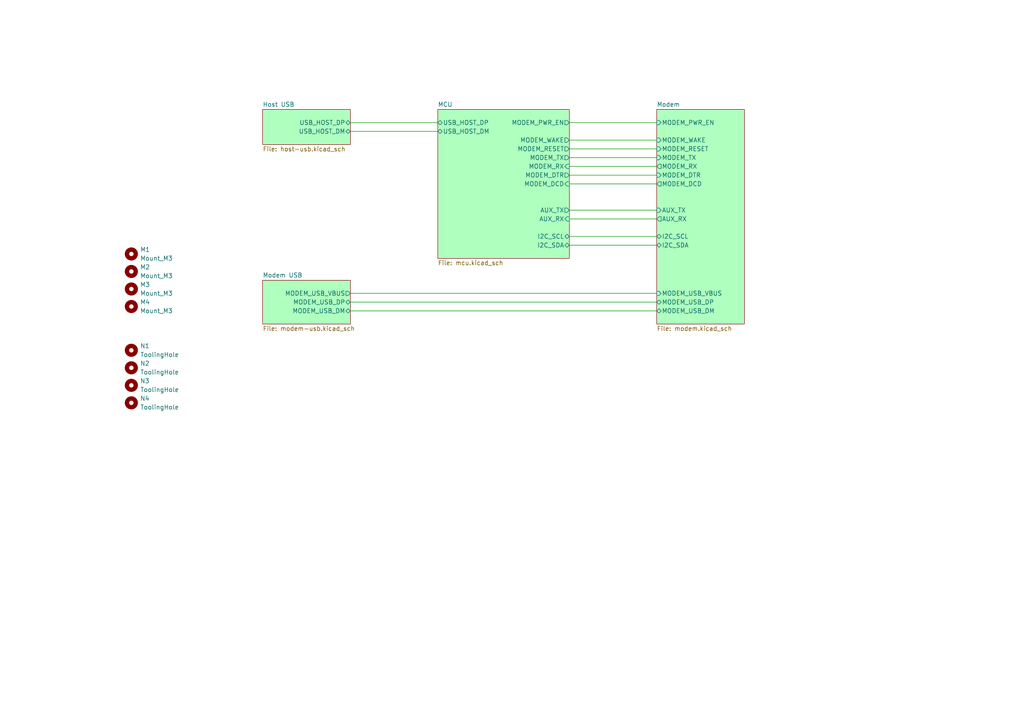
<source format=kicad_sch>
(kicad_sch (version 20231120) (generator "eeschema") (generator_version "8.0")
  (paper "A4")
  (title_block (title "Winglet Carrier Board") (date "2024-08-09") (rev "v1.0") (company "TL Embedded"))
  (lib_symbols
    (symbol "M_Mechanical:Mount_M3" (in_bom no)
      (property "Reference" "M" (at -1.27 3.81 0))
      (property "Value" "Mount_M3" (at 0 -3.81 0))
      (symbol "Mount_M3_0_1"
        (circle (center 0 0) (radius 1.27) (stroke (width 1.27)))
      )
    )
    (symbol "N_NonPart:ToolingHole_1mm" (in_bom no)
      (property "Reference" "N" (at 0 3.048 0))
      (property "Value" "ToolingHole" (at 0 -2.794 0))
      (symbol "ToolingHole_1mm_1_1"
        (circle (center 0 0) (radius 1.27) (stroke (width 1.27)))
      )
    )
  )
  (wire (pts (xy 165.1 43.18) (xy 190.5 43.18)))
  (wire (pts (xy 101.6 38.1) (xy 127 38.1)))
  (wire (pts (xy 101.6 35.56) (xy 127 35.56)))
  (wire (pts (xy 165.1 48.26) (xy 190.5 48.26)))
  (wire (pts (xy 165.1 63.5) (xy 190.5 63.5)))
  (wire (pts (xy 101.6 90.17) (xy 190.5 90.17)))
  (wire (pts (xy 165.1 53.34) (xy 190.5 53.34)))
  (wire (pts (xy 165.1 35.56) (xy 190.5 35.56)))
  (wire (pts (xy 101.6 87.63) (xy 190.5 87.63)))
  (wire (pts (xy 165.1 45.72) (xy 190.5 45.72)))
  (wire (pts (xy 165.1 60.96) (xy 190.5 60.96)))
  (wire (pts (xy 101.6 85.09) (xy 190.5 85.09)))
  (wire (pts (xy 165.1 40.64) (xy 190.5 40.64)))
  (wire (pts (xy 165.1 50.8) (xy 190.5 50.8)))
  (wire (pts (xy 165.1 71.12) (xy 190.5 71.12)))
  (wire (pts (xy 165.1 68.58) (xy 190.5 68.58)))
  (symbol (lib_id "M_Mechanical:Mount_M3") (at 38.1 88.9 0) (unit 1) (in_bom no)
    (property "Reference" "M4" (at 40.64 87.6299 0) (effects (justify left)))
    (property "Value" "Mount_M3" (at 40.64 90.1699 0) (effects (justify left)))
    (property "Footprint" "M_Mechanical:Mount_M3" (effects (hide yes)))
  )
  (symbol (lib_id "N_NonPart:ToolingHole_1mm") (at 38.1 111.76 0) (unit 1) (in_bom no)
    (property "Reference" "N3" (at 40.64 110.4899 0) (effects (justify left)))
    (property "Value" "ToolingHole" (at 40.64 113.0299 0) (effects (justify left)))
    (property "Footprint" "N_NonPart:ToolingHole_1mm" (effects (hide yes)))
    (property "Description" "TOOLING HOLE 1MM" (effects (hide yes)))
  )
  (symbol (lib_id "M_Mechanical:Mount_M3") (at 38.1 83.82 0) (unit 1) (in_bom no)
    (property "Reference" "M3" (at 40.64 82.5499 0) (effects (justify left)))
    (property "Value" "Mount_M3" (at 40.64 85.0899 0) (effects (justify left)))
    (property "Footprint" "M_Mechanical:Mount_M3" (effects (hide yes)))
  )
  (symbol (lib_id "N_NonPart:ToolingHole_1mm") (at 38.1 106.68 0) (unit 1) (in_bom no)
    (property "Reference" "N2" (at 40.64 105.4099 0) (effects (justify left)))
    (property "Value" "ToolingHole" (at 40.64 107.9499 0) (effects (justify left)))
    (property "Footprint" "N_NonPart:ToolingHole_1mm" (effects (hide yes)))
    (property "Description" "TOOLING HOLE 1MM" (effects (hide yes)))
  )
  (symbol (lib_id "N_NonPart:ToolingHole_1mm") (at 38.1 116.84 0) (unit 1) (in_bom no)
    (property "Reference" "N4" (at 40.64 115.5699 0) (effects (justify left)))
    (property "Value" "ToolingHole" (at 40.64 118.1099 0) (effects (justify left)))
    (property "Footprint" "N_NonPart:ToolingHole_1mm" (effects (hide yes)))
    (property "Description" "TOOLING HOLE 1MM" (effects (hide yes)))
  )
  (symbol (lib_id "N_NonPart:ToolingHole_1mm") (at 38.1 101.6 0) (unit 1) (in_bom no)
    (property "Reference" "N1" (at 40.64 100.3299 0) (effects (justify left)))
    (property "Value" "ToolingHole" (at 40.64 102.8699 0) (effects (justify left)))
    (property "Footprint" "N_NonPart:ToolingHole_1mm" (effects (hide yes)))
    (property "Description" "TOOLING HOLE 1MM" (effects (hide yes)))
  )
  (symbol (lib_id "M_Mechanical:Mount_M3") (at 38.1 78.74 0) (unit 1) (in_bom no)
    (property "Reference" "M2" (at 40.64 77.4699 0) (effects (justify left)))
    (property "Value" "Mount_M3" (at 40.64 80.0099 0) (effects (justify left)))
    (property "Footprint" "M_Mechanical:Mount_M3" (effects (hide yes)))
  )
  (symbol (lib_id "M_Mechanical:Mount_M3") (at 38.1 73.66 0) (unit 1) (in_bom no)
    (property "Reference" "M1" (at 40.64 72.3899 0) (effects (justify left)))
    (property "Value" "Mount_M3" (at 40.64 74.9299 0) (effects (justify left)))
    (property "Footprint" "M_Mechanical:Mount_M3" (effects (hide yes)))
  )
  (sheet (at 190.5 31.75) (size 25.4 62.23) (stroke (width 0.1524)) (fill (color 175 255 191 1.0000))
    (property "Sheetname" "Modem" (at 190.5 31.0384 0) (effects (justify left bottom)))
    (property "Sheetfile" "modem.kicad_sch" (at 190.5 94.5646 0) (effects (justify left top)))
    (pin "MODEM_WAKE" input (at 190.5 40.64 180))
    (pin "MODEM_DCD" output (at 190.5 53.34 180))
    (pin "MODEM_DTR" input (at 190.5 50.8 180))
    (pin "MODEM_RESET" input (at 190.5 43.18 180))
    (pin "MODEM_USB_VBUS" input (at 190.5 85.09 180))
    (pin "MODEM_USB_DM" bidirectional (at 190.5 90.17 180))
    (pin "MODEM_USB_DP" bidirectional (at 190.5 87.63 180))
    (pin "I2C_SDA" bidirectional (at 190.5 71.12 180))
    (pin "I2C_SCL" bidirectional (at 190.5 68.58 180))
    (pin "MODEM_RX" output (at 190.5 48.26 180))
    (pin "MODEM_TX" input (at 190.5 45.72 180))
    (pin "AUX_TX" input (at 190.5 60.96 180))
    (pin "AUX_RX" output (at 190.5 63.5 180))
    (pin "MODEM_PWR_EN" input (at 190.5 35.56 180))
  )
  (sheet (at 127 31.75) (size 38.1 43.18) (stroke (width 0.1524)) (fill (color 175 255 191 1.0000))
    (property "Sheetname" "MCU" (at 127 31.0384 0) (effects (justify left bottom)))
    (property "Sheetfile" "mcu.kicad_sch" (at 127 75.5146 0) (effects (justify left top)))
    (pin "I2C_SDA" bidirectional (at 165.1 71.12 0))
    (pin "I2C_SCL" bidirectional (at 165.1 68.58 0))
    (pin "USB_HOST_DM" bidirectional (at 127 38.1 180))
    (pin "USB_HOST_DP" bidirectional (at 127 35.56 180))
    (pin "MODEM_RX" input (at 165.1 48.26 0))
    (pin "MODEM_DCD" input (at 165.1 53.34 0))
    (pin "MODEM_RESET" output (at 165.1 43.18 0))
    (pin "MODEM_TX" output (at 165.1 45.72 0))
    (pin "MODEM_WAKE" output (at 165.1 40.64 0))
    (pin "MODEM_DTR" output (at 165.1 50.8 0))
    (pin "AUX_TX" output (at 165.1 60.96 0))
    (pin "AUX_RX" input (at 165.1 63.5 0))
    (pin "MODEM_PWR_EN" output (at 165.1 35.56 0))
  )
  (sheet (at 76.2 81.28) (size 25.4 12.7) (stroke (width 0.1524)) (fill (color 175 255 191 1.0000))
    (property "Sheetname" "Modem USB" (at 76.2 80.5684 0) (effects (justify left bottom)))
    (property "Sheetfile" "modem-usb.kicad_sch" (at 76.2 94.5646 0) (effects (justify left top)))
    (pin "MODEM_USB_DM" bidirectional (at 101.6 90.17 0))
    (pin "MODEM_USB_DP" bidirectional (at 101.6 87.63 0))
    (pin "MODEM_USB_VBUS" output (at 101.6 85.09 0))
  )
  (sheet (at 76.2 31.75) (size 25.4 10.16) (stroke (width 0.1524)) (fill (color 175 255 191 1.0000))
    (property "Sheetname" "Host USB" (at 76.2 31.0384 0) (effects (justify left bottom)))
    (property "Sheetfile" "host-usb.kicad_sch" (at 76.2 42.4946 0) (effects (justify left top)))
    (pin "USB_HOST_DM" bidirectional (at 101.6 38.1 0))
    (pin "USB_HOST_DP" bidirectional (at 101.6 35.56 0))
  )
)
</source>
